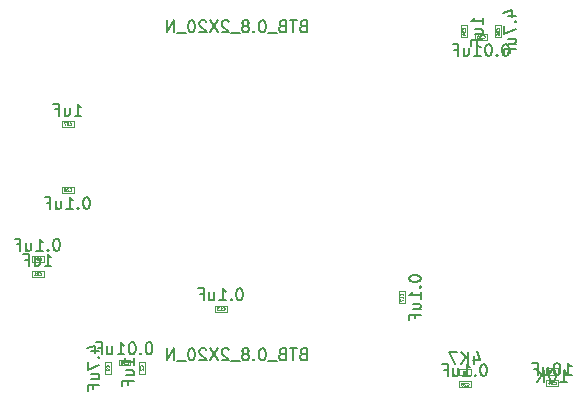
<source format=gbr>
%TF.GenerationSoftware,KiCad,Pcbnew,(6.0.4)*%
%TF.CreationDate,2023-02-01T13:33:48+08:00*%
%TF.ProjectId,Core_M4,436f7265-5f4d-4342-9e6b-696361645f70,rev?*%
%TF.SameCoordinates,Original*%
%TF.FileFunction,AssemblyDrawing,Bot*%
%FSLAX46Y46*%
G04 Gerber Fmt 4.6, Leading zero omitted, Abs format (unit mm)*
G04 Created by KiCad (PCBNEW (6.0.4)) date 2023-02-01 13:33:48*
%MOMM*%
%LPD*%
G01*
G04 APERTURE LIST*
%ADD10C,0.150000*%
%ADD11C,0.040000*%
%ADD12C,0.100000*%
G04 APERTURE END LIST*
D10*
%TO.C,C29*%
X39382857Y-71812380D02*
X39287619Y-71812380D01*
X39192380Y-71860000D01*
X39144761Y-71907619D01*
X39097142Y-72002857D01*
X39049523Y-72193333D01*
X39049523Y-72431428D01*
X39097142Y-72621904D01*
X39144761Y-72717142D01*
X39192380Y-72764761D01*
X39287619Y-72812380D01*
X39382857Y-72812380D01*
X39478095Y-72764761D01*
X39525714Y-72717142D01*
X39573333Y-72621904D01*
X39620952Y-72431428D01*
X39620952Y-72193333D01*
X39573333Y-72002857D01*
X39525714Y-71907619D01*
X39478095Y-71860000D01*
X39382857Y-71812380D01*
X38620952Y-72717142D02*
X38573333Y-72764761D01*
X38620952Y-72812380D01*
X38668571Y-72764761D01*
X38620952Y-72717142D01*
X38620952Y-72812380D01*
X37620952Y-72812380D02*
X38192380Y-72812380D01*
X37906666Y-72812380D02*
X37906666Y-71812380D01*
X38001904Y-71955238D01*
X38097142Y-72050476D01*
X38192380Y-72098095D01*
X36763809Y-72145714D02*
X36763809Y-72812380D01*
X37192380Y-72145714D02*
X37192380Y-72669523D01*
X37144761Y-72764761D01*
X37049523Y-72812380D01*
X36906666Y-72812380D01*
X36811428Y-72764761D01*
X36763809Y-72717142D01*
X35954285Y-72288571D02*
X36287619Y-72288571D01*
X36287619Y-72812380D02*
X36287619Y-71812380D01*
X35811428Y-71812380D01*
D11*
X37900714Y-73609285D02*
X37912619Y-73621190D01*
X37948333Y-73633095D01*
X37972142Y-73633095D01*
X38007857Y-73621190D01*
X38031666Y-73597380D01*
X38043571Y-73573571D01*
X38055476Y-73525952D01*
X38055476Y-73490238D01*
X38043571Y-73442619D01*
X38031666Y-73418809D01*
X38007857Y-73395000D01*
X37972142Y-73383095D01*
X37948333Y-73383095D01*
X37912619Y-73395000D01*
X37900714Y-73406904D01*
X37805476Y-73406904D02*
X37793571Y-73395000D01*
X37769761Y-73383095D01*
X37710238Y-73383095D01*
X37686428Y-73395000D01*
X37674523Y-73406904D01*
X37662619Y-73430714D01*
X37662619Y-73454523D01*
X37674523Y-73490238D01*
X37817380Y-73633095D01*
X37662619Y-73633095D01*
X37543571Y-73633095D02*
X37495952Y-73633095D01*
X37472142Y-73621190D01*
X37460238Y-73609285D01*
X37436428Y-73573571D01*
X37424523Y-73525952D01*
X37424523Y-73430714D01*
X37436428Y-73406904D01*
X37448333Y-73395000D01*
X37472142Y-73383095D01*
X37519761Y-73383095D01*
X37543571Y-73395000D01*
X37555476Y-73406904D01*
X37567380Y-73430714D01*
X37567380Y-73490238D01*
X37555476Y-73514047D01*
X37543571Y-73525952D01*
X37519761Y-73537857D01*
X37472142Y-73537857D01*
X37448333Y-73525952D01*
X37436428Y-73514047D01*
X37424523Y-73490238D01*
D10*
%TO.C,C9*%
X42295714Y-81325238D02*
X42962380Y-81325238D01*
X41914761Y-81087142D02*
X42629047Y-80849047D01*
X42629047Y-81468095D01*
X42867142Y-81849047D02*
X42914761Y-81896666D01*
X42962380Y-81849047D01*
X42914761Y-81801428D01*
X42867142Y-81849047D01*
X42962380Y-81849047D01*
X41962380Y-82230000D02*
X41962380Y-82896666D01*
X42962380Y-82468095D01*
X42295714Y-83706190D02*
X42962380Y-83706190D01*
X42295714Y-83277619D02*
X42819523Y-83277619D01*
X42914761Y-83325238D01*
X42962380Y-83420476D01*
X42962380Y-83563333D01*
X42914761Y-83658571D01*
X42867142Y-83706190D01*
X42438571Y-84515714D02*
X42438571Y-84182380D01*
X42962380Y-84182380D02*
X41962380Y-84182380D01*
X41962380Y-84658571D01*
D11*
X43759285Y-82688333D02*
X43771190Y-82676428D01*
X43783095Y-82640714D01*
X43783095Y-82616904D01*
X43771190Y-82581190D01*
X43747380Y-82557380D01*
X43723571Y-82545476D01*
X43675952Y-82533571D01*
X43640238Y-82533571D01*
X43592619Y-82545476D01*
X43568809Y-82557380D01*
X43545000Y-82581190D01*
X43533095Y-82616904D01*
X43533095Y-82640714D01*
X43545000Y-82676428D01*
X43556904Y-82688333D01*
X43783095Y-82807380D02*
X43783095Y-82855000D01*
X43771190Y-82878809D01*
X43759285Y-82890714D01*
X43723571Y-82914523D01*
X43675952Y-82926428D01*
X43580714Y-82926428D01*
X43556904Y-82914523D01*
X43545000Y-82902619D01*
X43533095Y-82878809D01*
X43533095Y-82831190D01*
X43545000Y-82807380D01*
X43556904Y-82795476D01*
X43580714Y-82783571D01*
X43640238Y-82783571D01*
X43664047Y-82795476D01*
X43675952Y-82807380D01*
X43687857Y-82831190D01*
X43687857Y-82878809D01*
X43675952Y-82902619D01*
X43664047Y-82914523D01*
X43640238Y-82926428D01*
D10*
%TO.C,C24*%
X82371428Y-83322380D02*
X82942857Y-83322380D01*
X82657142Y-83322380D02*
X82657142Y-82322380D01*
X82752380Y-82465238D01*
X82847619Y-82560476D01*
X82942857Y-82608095D01*
X81752380Y-82322380D02*
X81657142Y-82322380D01*
X81561904Y-82370000D01*
X81514285Y-82417619D01*
X81466666Y-82512857D01*
X81419047Y-82703333D01*
X81419047Y-82941428D01*
X81466666Y-83131904D01*
X81514285Y-83227142D01*
X81561904Y-83274761D01*
X81657142Y-83322380D01*
X81752380Y-83322380D01*
X81847619Y-83274761D01*
X81895238Y-83227142D01*
X81942857Y-83131904D01*
X81990476Y-82941428D01*
X81990476Y-82703333D01*
X81942857Y-82512857D01*
X81895238Y-82417619D01*
X81847619Y-82370000D01*
X81752380Y-82322380D01*
X80561904Y-82655714D02*
X80561904Y-83322380D01*
X80990476Y-82655714D02*
X80990476Y-83179523D01*
X80942857Y-83274761D01*
X80847619Y-83322380D01*
X80704761Y-83322380D01*
X80609523Y-83274761D01*
X80561904Y-83227142D01*
X79752380Y-82798571D02*
X80085714Y-82798571D01*
X80085714Y-83322380D02*
X80085714Y-82322380D01*
X79609523Y-82322380D01*
D11*
X81460714Y-84119285D02*
X81472619Y-84131190D01*
X81508333Y-84143095D01*
X81532142Y-84143095D01*
X81567857Y-84131190D01*
X81591666Y-84107380D01*
X81603571Y-84083571D01*
X81615476Y-84035952D01*
X81615476Y-84000238D01*
X81603571Y-83952619D01*
X81591666Y-83928809D01*
X81567857Y-83905000D01*
X81532142Y-83893095D01*
X81508333Y-83893095D01*
X81472619Y-83905000D01*
X81460714Y-83916904D01*
X81365476Y-83916904D02*
X81353571Y-83905000D01*
X81329761Y-83893095D01*
X81270238Y-83893095D01*
X81246428Y-83905000D01*
X81234523Y-83916904D01*
X81222619Y-83940714D01*
X81222619Y-83964523D01*
X81234523Y-84000238D01*
X81377380Y-84143095D01*
X81222619Y-84143095D01*
X81008333Y-83976428D02*
X81008333Y-84143095D01*
X81067857Y-83881190D02*
X81127380Y-84059761D01*
X80972619Y-84059761D01*
D10*
%TO.C,R4*%
X81990476Y-83901880D02*
X82561904Y-83901880D01*
X82276190Y-83901880D02*
X82276190Y-82901880D01*
X82371428Y-83044738D01*
X82466666Y-83139976D01*
X82561904Y-83187595D01*
X81371428Y-82901880D02*
X81276190Y-82901880D01*
X81180952Y-82949500D01*
X81133333Y-82997119D01*
X81085714Y-83092357D01*
X81038095Y-83282833D01*
X81038095Y-83520928D01*
X81085714Y-83711404D01*
X81133333Y-83806642D01*
X81180952Y-83854261D01*
X81276190Y-83901880D01*
X81371428Y-83901880D01*
X81466666Y-83854261D01*
X81514285Y-83806642D01*
X81561904Y-83711404D01*
X81609523Y-83520928D01*
X81609523Y-83282833D01*
X81561904Y-83092357D01*
X81514285Y-82997119D01*
X81466666Y-82949500D01*
X81371428Y-82901880D01*
X80609523Y-83901880D02*
X80609523Y-82901880D01*
X80038095Y-83901880D02*
X80466666Y-83330452D01*
X80038095Y-82901880D02*
X80609523Y-83473309D01*
D11*
X81343333Y-83147619D02*
X81430000Y-83023809D01*
X81491904Y-83147619D02*
X81491904Y-82887619D01*
X81392857Y-82887619D01*
X81368095Y-82900000D01*
X81355714Y-82912380D01*
X81343333Y-82937142D01*
X81343333Y-82974285D01*
X81355714Y-82999047D01*
X81368095Y-83011428D01*
X81392857Y-83023809D01*
X81491904Y-83023809D01*
X81120476Y-82974285D02*
X81120476Y-83147619D01*
X81182380Y-82875238D02*
X81244285Y-83060952D01*
X81083333Y-83060952D01*
D10*
%TO.C,R3*%
X74705714Y-81725714D02*
X74705714Y-82392380D01*
X74943809Y-81344761D02*
X75181904Y-82059047D01*
X74562857Y-82059047D01*
X74181904Y-82392380D02*
X74181904Y-81392380D01*
X73610476Y-82392380D02*
X74039047Y-81820952D01*
X73610476Y-81392380D02*
X74181904Y-81963809D01*
X73277142Y-81392380D02*
X72610476Y-81392380D01*
X73039047Y-82392380D01*
D11*
X73963333Y-83227619D02*
X74050000Y-83103809D01*
X74111904Y-83227619D02*
X74111904Y-82967619D01*
X74012857Y-82967619D01*
X73988095Y-82980000D01*
X73975714Y-82992380D01*
X73963333Y-83017142D01*
X73963333Y-83054285D01*
X73975714Y-83079047D01*
X73988095Y-83091428D01*
X74012857Y-83103809D01*
X74111904Y-83103809D01*
X73876666Y-82967619D02*
X73715714Y-82967619D01*
X73802380Y-83066666D01*
X73765238Y-83066666D01*
X73740476Y-83079047D01*
X73728095Y-83091428D01*
X73715714Y-83116190D01*
X73715714Y-83178095D01*
X73728095Y-83202857D01*
X73740476Y-83215238D01*
X73765238Y-83227619D01*
X73839523Y-83227619D01*
X73864285Y-83215238D01*
X73876666Y-83202857D01*
D10*
%TO.C,C27*%
X40875238Y-61382380D02*
X41446666Y-61382380D01*
X41160952Y-61382380D02*
X41160952Y-60382380D01*
X41256190Y-60525238D01*
X41351428Y-60620476D01*
X41446666Y-60668095D01*
X40018095Y-60715714D02*
X40018095Y-61382380D01*
X40446666Y-60715714D02*
X40446666Y-61239523D01*
X40399047Y-61334761D01*
X40303809Y-61382380D01*
X40160952Y-61382380D01*
X40065714Y-61334761D01*
X40018095Y-61287142D01*
X39208571Y-60858571D02*
X39541904Y-60858571D01*
X39541904Y-61382380D02*
X39541904Y-60382380D01*
X39065714Y-60382380D01*
D11*
X40440714Y-62179285D02*
X40452619Y-62191190D01*
X40488333Y-62203095D01*
X40512142Y-62203095D01*
X40547857Y-62191190D01*
X40571666Y-62167380D01*
X40583571Y-62143571D01*
X40595476Y-62095952D01*
X40595476Y-62060238D01*
X40583571Y-62012619D01*
X40571666Y-61988809D01*
X40547857Y-61965000D01*
X40512142Y-61953095D01*
X40488333Y-61953095D01*
X40452619Y-61965000D01*
X40440714Y-61976904D01*
X40345476Y-61976904D02*
X40333571Y-61965000D01*
X40309761Y-61953095D01*
X40250238Y-61953095D01*
X40226428Y-61965000D01*
X40214523Y-61976904D01*
X40202619Y-62000714D01*
X40202619Y-62024523D01*
X40214523Y-62060238D01*
X40357380Y-62203095D01*
X40202619Y-62203095D01*
X40119285Y-61953095D02*
X39952619Y-61953095D01*
X40059761Y-62203095D01*
D10*
%TO.C,C17*%
X69182380Y-75127142D02*
X69182380Y-75222380D01*
X69230000Y-75317619D01*
X69277619Y-75365238D01*
X69372857Y-75412857D01*
X69563333Y-75460476D01*
X69801428Y-75460476D01*
X69991904Y-75412857D01*
X70087142Y-75365238D01*
X70134761Y-75317619D01*
X70182380Y-75222380D01*
X70182380Y-75127142D01*
X70134761Y-75031904D01*
X70087142Y-74984285D01*
X69991904Y-74936666D01*
X69801428Y-74889047D01*
X69563333Y-74889047D01*
X69372857Y-74936666D01*
X69277619Y-74984285D01*
X69230000Y-75031904D01*
X69182380Y-75127142D01*
X70087142Y-75889047D02*
X70134761Y-75936666D01*
X70182380Y-75889047D01*
X70134761Y-75841428D01*
X70087142Y-75889047D01*
X70182380Y-75889047D01*
X70182380Y-76889047D02*
X70182380Y-76317619D01*
X70182380Y-76603333D02*
X69182380Y-76603333D01*
X69325238Y-76508095D01*
X69420476Y-76412857D01*
X69468095Y-76317619D01*
X69515714Y-77746190D02*
X70182380Y-77746190D01*
X69515714Y-77317619D02*
X70039523Y-77317619D01*
X70134761Y-77365238D01*
X70182380Y-77460476D01*
X70182380Y-77603333D01*
X70134761Y-77698571D01*
X70087142Y-77746190D01*
X69658571Y-78555714D02*
X69658571Y-78222380D01*
X70182380Y-78222380D02*
X69182380Y-78222380D01*
X69182380Y-78698571D01*
D11*
X68659285Y-76609285D02*
X68671190Y-76597380D01*
X68683095Y-76561666D01*
X68683095Y-76537857D01*
X68671190Y-76502142D01*
X68647380Y-76478333D01*
X68623571Y-76466428D01*
X68575952Y-76454523D01*
X68540238Y-76454523D01*
X68492619Y-76466428D01*
X68468809Y-76478333D01*
X68445000Y-76502142D01*
X68433095Y-76537857D01*
X68433095Y-76561666D01*
X68445000Y-76597380D01*
X68456904Y-76609285D01*
X68683095Y-76847380D02*
X68683095Y-76704523D01*
X68683095Y-76775952D02*
X68433095Y-76775952D01*
X68468809Y-76752142D01*
X68492619Y-76728333D01*
X68504523Y-76704523D01*
X68433095Y-76930714D02*
X68433095Y-77097380D01*
X68683095Y-76990238D01*
D10*
%TO.C,C26*%
X41922857Y-68272380D02*
X41827619Y-68272380D01*
X41732380Y-68320000D01*
X41684761Y-68367619D01*
X41637142Y-68462857D01*
X41589523Y-68653333D01*
X41589523Y-68891428D01*
X41637142Y-69081904D01*
X41684761Y-69177142D01*
X41732380Y-69224761D01*
X41827619Y-69272380D01*
X41922857Y-69272380D01*
X42018095Y-69224761D01*
X42065714Y-69177142D01*
X42113333Y-69081904D01*
X42160952Y-68891428D01*
X42160952Y-68653333D01*
X42113333Y-68462857D01*
X42065714Y-68367619D01*
X42018095Y-68320000D01*
X41922857Y-68272380D01*
X41160952Y-69177142D02*
X41113333Y-69224761D01*
X41160952Y-69272380D01*
X41208571Y-69224761D01*
X41160952Y-69177142D01*
X41160952Y-69272380D01*
X40160952Y-69272380D02*
X40732380Y-69272380D01*
X40446666Y-69272380D02*
X40446666Y-68272380D01*
X40541904Y-68415238D01*
X40637142Y-68510476D01*
X40732380Y-68558095D01*
X39303809Y-68605714D02*
X39303809Y-69272380D01*
X39732380Y-68605714D02*
X39732380Y-69129523D01*
X39684761Y-69224761D01*
X39589523Y-69272380D01*
X39446666Y-69272380D01*
X39351428Y-69224761D01*
X39303809Y-69177142D01*
X38494285Y-68748571D02*
X38827619Y-68748571D01*
X38827619Y-69272380D02*
X38827619Y-68272380D01*
X38351428Y-68272380D01*
D11*
X40440714Y-67749285D02*
X40452619Y-67761190D01*
X40488333Y-67773095D01*
X40512142Y-67773095D01*
X40547857Y-67761190D01*
X40571666Y-67737380D01*
X40583571Y-67713571D01*
X40595476Y-67665952D01*
X40595476Y-67630238D01*
X40583571Y-67582619D01*
X40571666Y-67558809D01*
X40547857Y-67535000D01*
X40512142Y-67523095D01*
X40488333Y-67523095D01*
X40452619Y-67535000D01*
X40440714Y-67546904D01*
X40345476Y-67546904D02*
X40333571Y-67535000D01*
X40309761Y-67523095D01*
X40250238Y-67523095D01*
X40226428Y-67535000D01*
X40214523Y-67546904D01*
X40202619Y-67570714D01*
X40202619Y-67594523D01*
X40214523Y-67630238D01*
X40357380Y-67773095D01*
X40202619Y-67773095D01*
X39988333Y-67523095D02*
X40035952Y-67523095D01*
X40059761Y-67535000D01*
X40071666Y-67546904D01*
X40095476Y-67582619D01*
X40107380Y-67630238D01*
X40107380Y-67725476D01*
X40095476Y-67749285D01*
X40083571Y-67761190D01*
X40059761Y-67773095D01*
X40012142Y-67773095D01*
X39988333Y-67761190D01*
X39976428Y-67749285D01*
X39964523Y-67725476D01*
X39964523Y-67665952D01*
X39976428Y-67642142D01*
X39988333Y-67630238D01*
X40012142Y-67618333D01*
X40059761Y-67618333D01*
X40083571Y-67630238D01*
X40095476Y-67642142D01*
X40107380Y-67665952D01*
D10*
%TO.C,C31*%
X38335238Y-74092380D02*
X38906666Y-74092380D01*
X38620952Y-74092380D02*
X38620952Y-73092380D01*
X38716190Y-73235238D01*
X38811428Y-73330476D01*
X38906666Y-73378095D01*
X37478095Y-73425714D02*
X37478095Y-74092380D01*
X37906666Y-73425714D02*
X37906666Y-73949523D01*
X37859047Y-74044761D01*
X37763809Y-74092380D01*
X37620952Y-74092380D01*
X37525714Y-74044761D01*
X37478095Y-73997142D01*
X36668571Y-73568571D02*
X37001904Y-73568571D01*
X37001904Y-74092380D02*
X37001904Y-73092380D01*
X36525714Y-73092380D01*
D11*
X37900714Y-74889285D02*
X37912619Y-74901190D01*
X37948333Y-74913095D01*
X37972142Y-74913095D01*
X38007857Y-74901190D01*
X38031666Y-74877380D01*
X38043571Y-74853571D01*
X38055476Y-74805952D01*
X38055476Y-74770238D01*
X38043571Y-74722619D01*
X38031666Y-74698809D01*
X38007857Y-74675000D01*
X37972142Y-74663095D01*
X37948333Y-74663095D01*
X37912619Y-74675000D01*
X37900714Y-74686904D01*
X37817380Y-74663095D02*
X37662619Y-74663095D01*
X37745952Y-74758333D01*
X37710238Y-74758333D01*
X37686428Y-74770238D01*
X37674523Y-74782142D01*
X37662619Y-74805952D01*
X37662619Y-74865476D01*
X37674523Y-74889285D01*
X37686428Y-74901190D01*
X37710238Y-74913095D01*
X37781666Y-74913095D01*
X37805476Y-74901190D01*
X37817380Y-74889285D01*
X37424523Y-74913095D02*
X37567380Y-74913095D01*
X37495952Y-74913095D02*
X37495952Y-74663095D01*
X37519761Y-74698809D01*
X37543571Y-74722619D01*
X37567380Y-74734523D01*
D10*
%TO.C,C2*%
X45902380Y-82504761D02*
X45902380Y-81933333D01*
X45902380Y-82219047D02*
X44902380Y-82219047D01*
X45045238Y-82123809D01*
X45140476Y-82028571D01*
X45188095Y-81933333D01*
X45235714Y-83361904D02*
X45902380Y-83361904D01*
X45235714Y-82933333D02*
X45759523Y-82933333D01*
X45854761Y-82980952D01*
X45902380Y-83076190D01*
X45902380Y-83219047D01*
X45854761Y-83314285D01*
X45807142Y-83361904D01*
X45378571Y-84171428D02*
X45378571Y-83838095D01*
X45902380Y-83838095D02*
X44902380Y-83838095D01*
X44902380Y-84314285D01*
D11*
X46629285Y-82678333D02*
X46641190Y-82666428D01*
X46653095Y-82630714D01*
X46653095Y-82606904D01*
X46641190Y-82571190D01*
X46617380Y-82547380D01*
X46593571Y-82535476D01*
X46545952Y-82523571D01*
X46510238Y-82523571D01*
X46462619Y-82535476D01*
X46438809Y-82547380D01*
X46415000Y-82571190D01*
X46403095Y-82606904D01*
X46403095Y-82630714D01*
X46415000Y-82666428D01*
X46426904Y-82678333D01*
X46426904Y-82773571D02*
X46415000Y-82785476D01*
X46403095Y-82809285D01*
X46403095Y-82868809D01*
X46415000Y-82892619D01*
X46426904Y-82904523D01*
X46450714Y-82916428D01*
X46474523Y-82916428D01*
X46510238Y-82904523D01*
X46653095Y-82761666D01*
X46653095Y-82916428D01*
D10*
%TO.C,CN2*%
X60191071Y-53801571D02*
X60048214Y-53849190D01*
X60000595Y-53896809D01*
X59952976Y-53992047D01*
X59952976Y-54134904D01*
X60000595Y-54230142D01*
X60048214Y-54277761D01*
X60143452Y-54325380D01*
X60524404Y-54325380D01*
X60524404Y-53325380D01*
X60191071Y-53325380D01*
X60095833Y-53373000D01*
X60048214Y-53420619D01*
X60000595Y-53515857D01*
X60000595Y-53611095D01*
X60048214Y-53706333D01*
X60095833Y-53753952D01*
X60191071Y-53801571D01*
X60524404Y-53801571D01*
X59667261Y-53325380D02*
X59095833Y-53325380D01*
X59381547Y-54325380D02*
X59381547Y-53325380D01*
X58429166Y-53801571D02*
X58286309Y-53849190D01*
X58238690Y-53896809D01*
X58191071Y-53992047D01*
X58191071Y-54134904D01*
X58238690Y-54230142D01*
X58286309Y-54277761D01*
X58381547Y-54325380D01*
X58762500Y-54325380D01*
X58762500Y-53325380D01*
X58429166Y-53325380D01*
X58333928Y-53373000D01*
X58286309Y-53420619D01*
X58238690Y-53515857D01*
X58238690Y-53611095D01*
X58286309Y-53706333D01*
X58333928Y-53753952D01*
X58429166Y-53801571D01*
X58762500Y-53801571D01*
X58000595Y-54420619D02*
X57238690Y-54420619D01*
X56810119Y-53325380D02*
X56714880Y-53325380D01*
X56619642Y-53373000D01*
X56572023Y-53420619D01*
X56524404Y-53515857D01*
X56476785Y-53706333D01*
X56476785Y-53944428D01*
X56524404Y-54134904D01*
X56572023Y-54230142D01*
X56619642Y-54277761D01*
X56714880Y-54325380D01*
X56810119Y-54325380D01*
X56905357Y-54277761D01*
X56952976Y-54230142D01*
X57000595Y-54134904D01*
X57048214Y-53944428D01*
X57048214Y-53706333D01*
X57000595Y-53515857D01*
X56952976Y-53420619D01*
X56905357Y-53373000D01*
X56810119Y-53325380D01*
X56048214Y-54230142D02*
X56000595Y-54277761D01*
X56048214Y-54325380D01*
X56095833Y-54277761D01*
X56048214Y-54230142D01*
X56048214Y-54325380D01*
X55429166Y-53753952D02*
X55524404Y-53706333D01*
X55572023Y-53658714D01*
X55619642Y-53563476D01*
X55619642Y-53515857D01*
X55572023Y-53420619D01*
X55524404Y-53373000D01*
X55429166Y-53325380D01*
X55238690Y-53325380D01*
X55143452Y-53373000D01*
X55095833Y-53420619D01*
X55048214Y-53515857D01*
X55048214Y-53563476D01*
X55095833Y-53658714D01*
X55143452Y-53706333D01*
X55238690Y-53753952D01*
X55429166Y-53753952D01*
X55524404Y-53801571D01*
X55572023Y-53849190D01*
X55619642Y-53944428D01*
X55619642Y-54134904D01*
X55572023Y-54230142D01*
X55524404Y-54277761D01*
X55429166Y-54325380D01*
X55238690Y-54325380D01*
X55143452Y-54277761D01*
X55095833Y-54230142D01*
X55048214Y-54134904D01*
X55048214Y-53944428D01*
X55095833Y-53849190D01*
X55143452Y-53801571D01*
X55238690Y-53753952D01*
X54857738Y-54420619D02*
X54095833Y-54420619D01*
X53905357Y-53420619D02*
X53857738Y-53373000D01*
X53762500Y-53325380D01*
X53524404Y-53325380D01*
X53429166Y-53373000D01*
X53381547Y-53420619D01*
X53333928Y-53515857D01*
X53333928Y-53611095D01*
X53381547Y-53753952D01*
X53952976Y-54325380D01*
X53333928Y-54325380D01*
X53000595Y-53325380D02*
X52333928Y-54325380D01*
X52333928Y-53325380D02*
X53000595Y-54325380D01*
X52000595Y-53420619D02*
X51952976Y-53373000D01*
X51857738Y-53325380D01*
X51619642Y-53325380D01*
X51524404Y-53373000D01*
X51476785Y-53420619D01*
X51429166Y-53515857D01*
X51429166Y-53611095D01*
X51476785Y-53753952D01*
X52048214Y-54325380D01*
X51429166Y-54325380D01*
X50810119Y-53325380D02*
X50714880Y-53325380D01*
X50619642Y-53373000D01*
X50572023Y-53420619D01*
X50524404Y-53515857D01*
X50476785Y-53706333D01*
X50476785Y-53944428D01*
X50524404Y-54134904D01*
X50572023Y-54230142D01*
X50619642Y-54277761D01*
X50714880Y-54325380D01*
X50810119Y-54325380D01*
X50905357Y-54277761D01*
X50952976Y-54230142D01*
X51000595Y-54134904D01*
X51048214Y-53944428D01*
X51048214Y-53706333D01*
X51000595Y-53515857D01*
X50952976Y-53420619D01*
X50905357Y-53373000D01*
X50810119Y-53325380D01*
X50286309Y-54420619D02*
X49524404Y-54420619D01*
X49286309Y-54325380D02*
X49286309Y-53325380D01*
X48714880Y-54325380D01*
X48714880Y-53325380D01*
%TO.C,C10*%
X47219047Y-80572380D02*
X47123809Y-80572380D01*
X47028571Y-80620000D01*
X46980952Y-80667619D01*
X46933333Y-80762857D01*
X46885714Y-80953333D01*
X46885714Y-81191428D01*
X46933333Y-81381904D01*
X46980952Y-81477142D01*
X47028571Y-81524761D01*
X47123809Y-81572380D01*
X47219047Y-81572380D01*
X47314285Y-81524761D01*
X47361904Y-81477142D01*
X47409523Y-81381904D01*
X47457142Y-81191428D01*
X47457142Y-80953333D01*
X47409523Y-80762857D01*
X47361904Y-80667619D01*
X47314285Y-80620000D01*
X47219047Y-80572380D01*
X46457142Y-81477142D02*
X46409523Y-81524761D01*
X46457142Y-81572380D01*
X46504761Y-81524761D01*
X46457142Y-81477142D01*
X46457142Y-81572380D01*
X45790476Y-80572380D02*
X45695238Y-80572380D01*
X45600000Y-80620000D01*
X45552380Y-80667619D01*
X45504761Y-80762857D01*
X45457142Y-80953333D01*
X45457142Y-81191428D01*
X45504761Y-81381904D01*
X45552380Y-81477142D01*
X45600000Y-81524761D01*
X45695238Y-81572380D01*
X45790476Y-81572380D01*
X45885714Y-81524761D01*
X45933333Y-81477142D01*
X45980952Y-81381904D01*
X46028571Y-81191428D01*
X46028571Y-80953333D01*
X45980952Y-80762857D01*
X45933333Y-80667619D01*
X45885714Y-80620000D01*
X45790476Y-80572380D01*
X44504761Y-81572380D02*
X45076190Y-81572380D01*
X44790476Y-81572380D02*
X44790476Y-80572380D01*
X44885714Y-80715238D01*
X44980952Y-80810476D01*
X45076190Y-80858095D01*
X43647619Y-80905714D02*
X43647619Y-81572380D01*
X44076190Y-80905714D02*
X44076190Y-81429523D01*
X44028571Y-81524761D01*
X43933333Y-81572380D01*
X43790476Y-81572380D01*
X43695238Y-81524761D01*
X43647619Y-81477142D01*
X42838095Y-81048571D02*
X43171428Y-81048571D01*
X43171428Y-81572380D02*
X43171428Y-80572380D01*
X42695238Y-80572380D01*
D11*
X45260714Y-82369285D02*
X45272619Y-82381190D01*
X45308333Y-82393095D01*
X45332142Y-82393095D01*
X45367857Y-82381190D01*
X45391666Y-82357380D01*
X45403571Y-82333571D01*
X45415476Y-82285952D01*
X45415476Y-82250238D01*
X45403571Y-82202619D01*
X45391666Y-82178809D01*
X45367857Y-82155000D01*
X45332142Y-82143095D01*
X45308333Y-82143095D01*
X45272619Y-82155000D01*
X45260714Y-82166904D01*
X45022619Y-82393095D02*
X45165476Y-82393095D01*
X45094047Y-82393095D02*
X45094047Y-82143095D01*
X45117857Y-82178809D01*
X45141666Y-82202619D01*
X45165476Y-82214523D01*
X44867857Y-82143095D02*
X44844047Y-82143095D01*
X44820238Y-82155000D01*
X44808333Y-82166904D01*
X44796428Y-82190714D01*
X44784523Y-82238333D01*
X44784523Y-82297857D01*
X44796428Y-82345476D01*
X44808333Y-82369285D01*
X44820238Y-82381190D01*
X44844047Y-82393095D01*
X44867857Y-82393095D01*
X44891666Y-82381190D01*
X44903571Y-82369285D01*
X44915476Y-82345476D01*
X44927380Y-82297857D01*
X44927380Y-82238333D01*
X44915476Y-82190714D01*
X44903571Y-82166904D01*
X44891666Y-82155000D01*
X44867857Y-82143095D01*
D10*
%TO.C,C13*%
X54892857Y-76012380D02*
X54797619Y-76012380D01*
X54702380Y-76060000D01*
X54654761Y-76107619D01*
X54607142Y-76202857D01*
X54559523Y-76393333D01*
X54559523Y-76631428D01*
X54607142Y-76821904D01*
X54654761Y-76917142D01*
X54702380Y-76964761D01*
X54797619Y-77012380D01*
X54892857Y-77012380D01*
X54988095Y-76964761D01*
X55035714Y-76917142D01*
X55083333Y-76821904D01*
X55130952Y-76631428D01*
X55130952Y-76393333D01*
X55083333Y-76202857D01*
X55035714Y-76107619D01*
X54988095Y-76060000D01*
X54892857Y-76012380D01*
X54130952Y-76917142D02*
X54083333Y-76964761D01*
X54130952Y-77012380D01*
X54178571Y-76964761D01*
X54130952Y-76917142D01*
X54130952Y-77012380D01*
X53130952Y-77012380D02*
X53702380Y-77012380D01*
X53416666Y-77012380D02*
X53416666Y-76012380D01*
X53511904Y-76155238D01*
X53607142Y-76250476D01*
X53702380Y-76298095D01*
X52273809Y-76345714D02*
X52273809Y-77012380D01*
X52702380Y-76345714D02*
X52702380Y-76869523D01*
X52654761Y-76964761D01*
X52559523Y-77012380D01*
X52416666Y-77012380D01*
X52321428Y-76964761D01*
X52273809Y-76917142D01*
X51464285Y-76488571D02*
X51797619Y-76488571D01*
X51797619Y-77012380D02*
X51797619Y-76012380D01*
X51321428Y-76012380D01*
D11*
X53410714Y-77809285D02*
X53422619Y-77821190D01*
X53458333Y-77833095D01*
X53482142Y-77833095D01*
X53517857Y-77821190D01*
X53541666Y-77797380D01*
X53553571Y-77773571D01*
X53565476Y-77725952D01*
X53565476Y-77690238D01*
X53553571Y-77642619D01*
X53541666Y-77618809D01*
X53517857Y-77595000D01*
X53482142Y-77583095D01*
X53458333Y-77583095D01*
X53422619Y-77595000D01*
X53410714Y-77606904D01*
X53172619Y-77833095D02*
X53315476Y-77833095D01*
X53244047Y-77833095D02*
X53244047Y-77583095D01*
X53267857Y-77618809D01*
X53291666Y-77642619D01*
X53315476Y-77654523D01*
X53089285Y-77583095D02*
X52934523Y-77583095D01*
X53017857Y-77678333D01*
X52982142Y-77678333D01*
X52958333Y-77690238D01*
X52946428Y-77702142D01*
X52934523Y-77725952D01*
X52934523Y-77785476D01*
X52946428Y-77809285D01*
X52958333Y-77821190D01*
X52982142Y-77833095D01*
X53053571Y-77833095D01*
X53077380Y-77821190D01*
X53089285Y-77809285D01*
D10*
%TO.C,CN1*%
X60191071Y-81571571D02*
X60048214Y-81619190D01*
X60000595Y-81666809D01*
X59952976Y-81762047D01*
X59952976Y-81904904D01*
X60000595Y-82000142D01*
X60048214Y-82047761D01*
X60143452Y-82095380D01*
X60524404Y-82095380D01*
X60524404Y-81095380D01*
X60191071Y-81095380D01*
X60095833Y-81143000D01*
X60048214Y-81190619D01*
X60000595Y-81285857D01*
X60000595Y-81381095D01*
X60048214Y-81476333D01*
X60095833Y-81523952D01*
X60191071Y-81571571D01*
X60524404Y-81571571D01*
X59667261Y-81095380D02*
X59095833Y-81095380D01*
X59381547Y-82095380D02*
X59381547Y-81095380D01*
X58429166Y-81571571D02*
X58286309Y-81619190D01*
X58238690Y-81666809D01*
X58191071Y-81762047D01*
X58191071Y-81904904D01*
X58238690Y-82000142D01*
X58286309Y-82047761D01*
X58381547Y-82095380D01*
X58762500Y-82095380D01*
X58762500Y-81095380D01*
X58429166Y-81095380D01*
X58333928Y-81143000D01*
X58286309Y-81190619D01*
X58238690Y-81285857D01*
X58238690Y-81381095D01*
X58286309Y-81476333D01*
X58333928Y-81523952D01*
X58429166Y-81571571D01*
X58762500Y-81571571D01*
X58000595Y-82190619D02*
X57238690Y-82190619D01*
X56810119Y-81095380D02*
X56714880Y-81095380D01*
X56619642Y-81143000D01*
X56572023Y-81190619D01*
X56524404Y-81285857D01*
X56476785Y-81476333D01*
X56476785Y-81714428D01*
X56524404Y-81904904D01*
X56572023Y-82000142D01*
X56619642Y-82047761D01*
X56714880Y-82095380D01*
X56810119Y-82095380D01*
X56905357Y-82047761D01*
X56952976Y-82000142D01*
X57000595Y-81904904D01*
X57048214Y-81714428D01*
X57048214Y-81476333D01*
X57000595Y-81285857D01*
X56952976Y-81190619D01*
X56905357Y-81143000D01*
X56810119Y-81095380D01*
X56048214Y-82000142D02*
X56000595Y-82047761D01*
X56048214Y-82095380D01*
X56095833Y-82047761D01*
X56048214Y-82000142D01*
X56048214Y-82095380D01*
X55429166Y-81523952D02*
X55524404Y-81476333D01*
X55572023Y-81428714D01*
X55619642Y-81333476D01*
X55619642Y-81285857D01*
X55572023Y-81190619D01*
X55524404Y-81143000D01*
X55429166Y-81095380D01*
X55238690Y-81095380D01*
X55143452Y-81143000D01*
X55095833Y-81190619D01*
X55048214Y-81285857D01*
X55048214Y-81333476D01*
X55095833Y-81428714D01*
X55143452Y-81476333D01*
X55238690Y-81523952D01*
X55429166Y-81523952D01*
X55524404Y-81571571D01*
X55572023Y-81619190D01*
X55619642Y-81714428D01*
X55619642Y-81904904D01*
X55572023Y-82000142D01*
X55524404Y-82047761D01*
X55429166Y-82095380D01*
X55238690Y-82095380D01*
X55143452Y-82047761D01*
X55095833Y-82000142D01*
X55048214Y-81904904D01*
X55048214Y-81714428D01*
X55095833Y-81619190D01*
X55143452Y-81571571D01*
X55238690Y-81523952D01*
X54857738Y-82190619D02*
X54095833Y-82190619D01*
X53905357Y-81190619D02*
X53857738Y-81143000D01*
X53762500Y-81095380D01*
X53524404Y-81095380D01*
X53429166Y-81143000D01*
X53381547Y-81190619D01*
X53333928Y-81285857D01*
X53333928Y-81381095D01*
X53381547Y-81523952D01*
X53952976Y-82095380D01*
X53333928Y-82095380D01*
X53000595Y-81095380D02*
X52333928Y-82095380D01*
X52333928Y-81095380D02*
X53000595Y-82095380D01*
X52000595Y-81190619D02*
X51952976Y-81143000D01*
X51857738Y-81095380D01*
X51619642Y-81095380D01*
X51524404Y-81143000D01*
X51476785Y-81190619D01*
X51429166Y-81285857D01*
X51429166Y-81381095D01*
X51476785Y-81523952D01*
X52048214Y-82095380D01*
X51429166Y-82095380D01*
X50810119Y-81095380D02*
X50714880Y-81095380D01*
X50619642Y-81143000D01*
X50572023Y-81190619D01*
X50524404Y-81285857D01*
X50476785Y-81476333D01*
X50476785Y-81714428D01*
X50524404Y-81904904D01*
X50572023Y-82000142D01*
X50619642Y-82047761D01*
X50714880Y-82095380D01*
X50810119Y-82095380D01*
X50905357Y-82047761D01*
X50952976Y-82000142D01*
X51000595Y-81904904D01*
X51048214Y-81714428D01*
X51048214Y-81476333D01*
X51000595Y-81285857D01*
X50952976Y-81190619D01*
X50905357Y-81143000D01*
X50810119Y-81095380D01*
X50286309Y-82190619D02*
X49524404Y-82190619D01*
X49286309Y-82095380D02*
X49286309Y-81095380D01*
X48714880Y-82095380D01*
X48714880Y-81095380D01*
%TO.C,C25*%
X75552857Y-82412380D02*
X75457619Y-82412380D01*
X75362380Y-82460000D01*
X75314761Y-82507619D01*
X75267142Y-82602857D01*
X75219523Y-82793333D01*
X75219523Y-83031428D01*
X75267142Y-83221904D01*
X75314761Y-83317142D01*
X75362380Y-83364761D01*
X75457619Y-83412380D01*
X75552857Y-83412380D01*
X75648095Y-83364761D01*
X75695714Y-83317142D01*
X75743333Y-83221904D01*
X75790952Y-83031428D01*
X75790952Y-82793333D01*
X75743333Y-82602857D01*
X75695714Y-82507619D01*
X75648095Y-82460000D01*
X75552857Y-82412380D01*
X74790952Y-83317142D02*
X74743333Y-83364761D01*
X74790952Y-83412380D01*
X74838571Y-83364761D01*
X74790952Y-83317142D01*
X74790952Y-83412380D01*
X73790952Y-83412380D02*
X74362380Y-83412380D01*
X74076666Y-83412380D02*
X74076666Y-82412380D01*
X74171904Y-82555238D01*
X74267142Y-82650476D01*
X74362380Y-82698095D01*
X72933809Y-82745714D02*
X72933809Y-83412380D01*
X73362380Y-82745714D02*
X73362380Y-83269523D01*
X73314761Y-83364761D01*
X73219523Y-83412380D01*
X73076666Y-83412380D01*
X72981428Y-83364761D01*
X72933809Y-83317142D01*
X72124285Y-82888571D02*
X72457619Y-82888571D01*
X72457619Y-83412380D02*
X72457619Y-82412380D01*
X71981428Y-82412380D01*
D11*
X74070714Y-84209285D02*
X74082619Y-84221190D01*
X74118333Y-84233095D01*
X74142142Y-84233095D01*
X74177857Y-84221190D01*
X74201666Y-84197380D01*
X74213571Y-84173571D01*
X74225476Y-84125952D01*
X74225476Y-84090238D01*
X74213571Y-84042619D01*
X74201666Y-84018809D01*
X74177857Y-83995000D01*
X74142142Y-83983095D01*
X74118333Y-83983095D01*
X74082619Y-83995000D01*
X74070714Y-84006904D01*
X73975476Y-84006904D02*
X73963571Y-83995000D01*
X73939761Y-83983095D01*
X73880238Y-83983095D01*
X73856428Y-83995000D01*
X73844523Y-84006904D01*
X73832619Y-84030714D01*
X73832619Y-84054523D01*
X73844523Y-84090238D01*
X73987380Y-84233095D01*
X73832619Y-84233095D01*
X73606428Y-83983095D02*
X73725476Y-83983095D01*
X73737380Y-84102142D01*
X73725476Y-84090238D01*
X73701666Y-84078333D01*
X73642142Y-84078333D01*
X73618333Y-84090238D01*
X73606428Y-84102142D01*
X73594523Y-84125952D01*
X73594523Y-84185476D01*
X73606428Y-84209285D01*
X73618333Y-84221190D01*
X73642142Y-84233095D01*
X73701666Y-84233095D01*
X73725476Y-84221190D01*
X73737380Y-84209285D01*
D10*
%TO.C,C36*%
X77394047Y-55312380D02*
X77298809Y-55312380D01*
X77203571Y-55360000D01*
X77155952Y-55407619D01*
X77108333Y-55502857D01*
X77060714Y-55693333D01*
X77060714Y-55931428D01*
X77108333Y-56121904D01*
X77155952Y-56217142D01*
X77203571Y-56264761D01*
X77298809Y-56312380D01*
X77394047Y-56312380D01*
X77489285Y-56264761D01*
X77536904Y-56217142D01*
X77584523Y-56121904D01*
X77632142Y-55931428D01*
X77632142Y-55693333D01*
X77584523Y-55502857D01*
X77536904Y-55407619D01*
X77489285Y-55360000D01*
X77394047Y-55312380D01*
X76632142Y-56217142D02*
X76584523Y-56264761D01*
X76632142Y-56312380D01*
X76679761Y-56264761D01*
X76632142Y-56217142D01*
X76632142Y-56312380D01*
X75965476Y-55312380D02*
X75870238Y-55312380D01*
X75775000Y-55360000D01*
X75727380Y-55407619D01*
X75679761Y-55502857D01*
X75632142Y-55693333D01*
X75632142Y-55931428D01*
X75679761Y-56121904D01*
X75727380Y-56217142D01*
X75775000Y-56264761D01*
X75870238Y-56312380D01*
X75965476Y-56312380D01*
X76060714Y-56264761D01*
X76108333Y-56217142D01*
X76155952Y-56121904D01*
X76203571Y-55931428D01*
X76203571Y-55693333D01*
X76155952Y-55502857D01*
X76108333Y-55407619D01*
X76060714Y-55360000D01*
X75965476Y-55312380D01*
X74679761Y-56312380D02*
X75251190Y-56312380D01*
X74965476Y-56312380D02*
X74965476Y-55312380D01*
X75060714Y-55455238D01*
X75155952Y-55550476D01*
X75251190Y-55598095D01*
X73822619Y-55645714D02*
X73822619Y-56312380D01*
X74251190Y-55645714D02*
X74251190Y-56169523D01*
X74203571Y-56264761D01*
X74108333Y-56312380D01*
X73965476Y-56312380D01*
X73870238Y-56264761D01*
X73822619Y-56217142D01*
X73013095Y-55788571D02*
X73346428Y-55788571D01*
X73346428Y-56312380D02*
X73346428Y-55312380D01*
X72870238Y-55312380D01*
D11*
X75435714Y-54789285D02*
X75447619Y-54801190D01*
X75483333Y-54813095D01*
X75507142Y-54813095D01*
X75542857Y-54801190D01*
X75566666Y-54777380D01*
X75578571Y-54753571D01*
X75590476Y-54705952D01*
X75590476Y-54670238D01*
X75578571Y-54622619D01*
X75566666Y-54598809D01*
X75542857Y-54575000D01*
X75507142Y-54563095D01*
X75483333Y-54563095D01*
X75447619Y-54575000D01*
X75435714Y-54586904D01*
X75352380Y-54563095D02*
X75197619Y-54563095D01*
X75280952Y-54658333D01*
X75245238Y-54658333D01*
X75221428Y-54670238D01*
X75209523Y-54682142D01*
X75197619Y-54705952D01*
X75197619Y-54765476D01*
X75209523Y-54789285D01*
X75221428Y-54801190D01*
X75245238Y-54813095D01*
X75316666Y-54813095D01*
X75340476Y-54801190D01*
X75352380Y-54789285D01*
X74983333Y-54563095D02*
X75030952Y-54563095D01*
X75054761Y-54575000D01*
X75066666Y-54586904D01*
X75090476Y-54622619D01*
X75102380Y-54670238D01*
X75102380Y-54765476D01*
X75090476Y-54789285D01*
X75078571Y-54801190D01*
X75054761Y-54813095D01*
X75007142Y-54813095D01*
X74983333Y-54801190D01*
X74971428Y-54789285D01*
X74959523Y-54765476D01*
X74959523Y-54705952D01*
X74971428Y-54682142D01*
X74983333Y-54670238D01*
X75007142Y-54658333D01*
X75054761Y-54658333D01*
X75078571Y-54670238D01*
X75090476Y-54682142D01*
X75102380Y-54705952D01*
D10*
%TO.C,C34*%
X75442380Y-53654761D02*
X75442380Y-53083333D01*
X75442380Y-53369047D02*
X74442380Y-53369047D01*
X74585238Y-53273809D01*
X74680476Y-53178571D01*
X74728095Y-53083333D01*
X74775714Y-54511904D02*
X75442380Y-54511904D01*
X74775714Y-54083333D02*
X75299523Y-54083333D01*
X75394761Y-54130952D01*
X75442380Y-54226190D01*
X75442380Y-54369047D01*
X75394761Y-54464285D01*
X75347142Y-54511904D01*
X74918571Y-55321428D02*
X74918571Y-54988095D01*
X75442380Y-54988095D02*
X74442380Y-54988095D01*
X74442380Y-55464285D01*
D11*
X73919285Y-54089285D02*
X73931190Y-54077380D01*
X73943095Y-54041666D01*
X73943095Y-54017857D01*
X73931190Y-53982142D01*
X73907380Y-53958333D01*
X73883571Y-53946428D01*
X73835952Y-53934523D01*
X73800238Y-53934523D01*
X73752619Y-53946428D01*
X73728809Y-53958333D01*
X73705000Y-53982142D01*
X73693095Y-54017857D01*
X73693095Y-54041666D01*
X73705000Y-54077380D01*
X73716904Y-54089285D01*
X73693095Y-54172619D02*
X73693095Y-54327380D01*
X73788333Y-54244047D01*
X73788333Y-54279761D01*
X73800238Y-54303571D01*
X73812142Y-54315476D01*
X73835952Y-54327380D01*
X73895476Y-54327380D01*
X73919285Y-54315476D01*
X73931190Y-54303571D01*
X73943095Y-54279761D01*
X73943095Y-54208333D01*
X73931190Y-54184523D01*
X73919285Y-54172619D01*
X73776428Y-54541666D02*
X73943095Y-54541666D01*
X73681190Y-54482142D02*
X73859761Y-54422619D01*
X73859761Y-54577380D01*
D10*
%TO.C,C35*%
X77555714Y-52925238D02*
X78222380Y-52925238D01*
X77174761Y-52687142D02*
X77889047Y-52449047D01*
X77889047Y-53068095D01*
X78127142Y-53449047D02*
X78174761Y-53496666D01*
X78222380Y-53449047D01*
X78174761Y-53401428D01*
X78127142Y-53449047D01*
X78222380Y-53449047D01*
X77222380Y-53830000D02*
X77222380Y-54496666D01*
X78222380Y-54068095D01*
X77555714Y-55306190D02*
X78222380Y-55306190D01*
X77555714Y-54877619D02*
X78079523Y-54877619D01*
X78174761Y-54925238D01*
X78222380Y-55020476D01*
X78222380Y-55163333D01*
X78174761Y-55258571D01*
X78127142Y-55306190D01*
X77698571Y-56115714D02*
X77698571Y-55782380D01*
X78222380Y-55782380D02*
X77222380Y-55782380D01*
X77222380Y-56258571D01*
D11*
X76809285Y-54089285D02*
X76821190Y-54077380D01*
X76833095Y-54041666D01*
X76833095Y-54017857D01*
X76821190Y-53982142D01*
X76797380Y-53958333D01*
X76773571Y-53946428D01*
X76725952Y-53934523D01*
X76690238Y-53934523D01*
X76642619Y-53946428D01*
X76618809Y-53958333D01*
X76595000Y-53982142D01*
X76583095Y-54017857D01*
X76583095Y-54041666D01*
X76595000Y-54077380D01*
X76606904Y-54089285D01*
X76583095Y-54172619D02*
X76583095Y-54327380D01*
X76678333Y-54244047D01*
X76678333Y-54279761D01*
X76690238Y-54303571D01*
X76702142Y-54315476D01*
X76725952Y-54327380D01*
X76785476Y-54327380D01*
X76809285Y-54315476D01*
X76821190Y-54303571D01*
X76833095Y-54279761D01*
X76833095Y-54208333D01*
X76821190Y-54184523D01*
X76809285Y-54172619D01*
X76583095Y-54553571D02*
X76583095Y-54434523D01*
X76702142Y-54422619D01*
X76690238Y-54434523D01*
X76678333Y-54458333D01*
X76678333Y-54517857D01*
X76690238Y-54541666D01*
X76702142Y-54553571D01*
X76725952Y-54565476D01*
X76785476Y-54565476D01*
X76809285Y-54553571D01*
X76821190Y-54541666D01*
X76833095Y-54517857D01*
X76833095Y-54458333D01*
X76821190Y-54434523D01*
X76809285Y-54422619D01*
D12*
%TO.C,C29*%
X37240000Y-73770000D02*
X38240000Y-73770000D01*
X38240000Y-73770000D02*
X38240000Y-73270000D01*
X37240000Y-73270000D02*
X37240000Y-73770000D01*
X38240000Y-73270000D02*
X37240000Y-73270000D01*
%TO.C,C9*%
X43420000Y-83230000D02*
X43920000Y-83230000D01*
X43920000Y-82230000D02*
X43420000Y-82230000D01*
X43920000Y-83230000D02*
X43920000Y-82230000D01*
X43420000Y-82230000D02*
X43420000Y-83230000D01*
%TO.C,C24*%
X81800000Y-83780000D02*
X80800000Y-83780000D01*
X80800000Y-83780000D02*
X80800000Y-84280000D01*
X81800000Y-84280000D02*
X81800000Y-83780000D01*
X80800000Y-84280000D02*
X81800000Y-84280000D01*
%TO.C,R4*%
X80775000Y-82760000D02*
X80775000Y-83300000D01*
X81825000Y-83300000D02*
X81825000Y-82760000D01*
X80775000Y-83300000D02*
X81825000Y-83300000D01*
X81825000Y-82760000D02*
X80775000Y-82760000D01*
%TO.C,R3*%
X74445000Y-82840000D02*
X73395000Y-82840000D01*
X73395000Y-82840000D02*
X73395000Y-83380000D01*
X74445000Y-83380000D02*
X74445000Y-82840000D01*
X73395000Y-83380000D02*
X74445000Y-83380000D01*
%TO.C,C27*%
X39780000Y-61840000D02*
X39780000Y-62340000D01*
X40780000Y-61840000D02*
X39780000Y-61840000D01*
X40780000Y-62340000D02*
X40780000Y-61840000D01*
X39780000Y-62340000D02*
X40780000Y-62340000D01*
%TO.C,C17*%
X68820000Y-77270000D02*
X68820000Y-76270000D01*
X68820000Y-76270000D02*
X68320000Y-76270000D01*
X68320000Y-77270000D02*
X68820000Y-77270000D01*
X68320000Y-76270000D02*
X68320000Y-77270000D01*
%TO.C,C26*%
X40780000Y-67410000D02*
X39780000Y-67410000D01*
X40780000Y-67910000D02*
X40780000Y-67410000D01*
X39780000Y-67410000D02*
X39780000Y-67910000D01*
X39780000Y-67910000D02*
X40780000Y-67910000D01*
%TO.C,C31*%
X37240000Y-75050000D02*
X38240000Y-75050000D01*
X38240000Y-74550000D02*
X37240000Y-74550000D01*
X38240000Y-75050000D02*
X38240000Y-74550000D01*
X37240000Y-74550000D02*
X37240000Y-75050000D01*
%TO.C,C2*%
X46290000Y-83220000D02*
X46790000Y-83220000D01*
X46790000Y-83220000D02*
X46790000Y-82220000D01*
X46790000Y-82220000D02*
X46290000Y-82220000D01*
X46290000Y-82220000D02*
X46290000Y-83220000D01*
%TO.C,C10*%
X45600000Y-82030000D02*
X44600000Y-82030000D01*
X44600000Y-82030000D02*
X44600000Y-82530000D01*
X44600000Y-82530000D02*
X45600000Y-82530000D01*
X45600000Y-82530000D02*
X45600000Y-82030000D01*
%TO.C,C13*%
X53750000Y-77470000D02*
X52750000Y-77470000D01*
X53750000Y-77970000D02*
X53750000Y-77470000D01*
X52750000Y-77470000D02*
X52750000Y-77970000D01*
X52750000Y-77970000D02*
X53750000Y-77970000D01*
%TO.C,C25*%
X73410000Y-83870000D02*
X73410000Y-84370000D01*
X74410000Y-83870000D02*
X73410000Y-83870000D01*
X74410000Y-84370000D02*
X74410000Y-83870000D01*
X73410000Y-84370000D02*
X74410000Y-84370000D01*
%TO.C,C36*%
X75775000Y-54950000D02*
X75775000Y-54450000D01*
X75775000Y-54450000D02*
X74775000Y-54450000D01*
X74775000Y-54950000D02*
X75775000Y-54950000D01*
X74775000Y-54450000D02*
X74775000Y-54950000D01*
%TO.C,C34*%
X73580000Y-53750000D02*
X73580000Y-54750000D01*
X74080000Y-53750000D02*
X73580000Y-53750000D01*
X74080000Y-54750000D02*
X74080000Y-53750000D01*
X73580000Y-54750000D02*
X74080000Y-54750000D01*
%TO.C,C35*%
X76470000Y-53750000D02*
X76470000Y-54750000D01*
X76970000Y-54750000D02*
X76970000Y-53750000D01*
X76970000Y-53750000D02*
X76470000Y-53750000D01*
X76470000Y-54750000D02*
X76970000Y-54750000D01*
%TD*%
M02*

</source>
